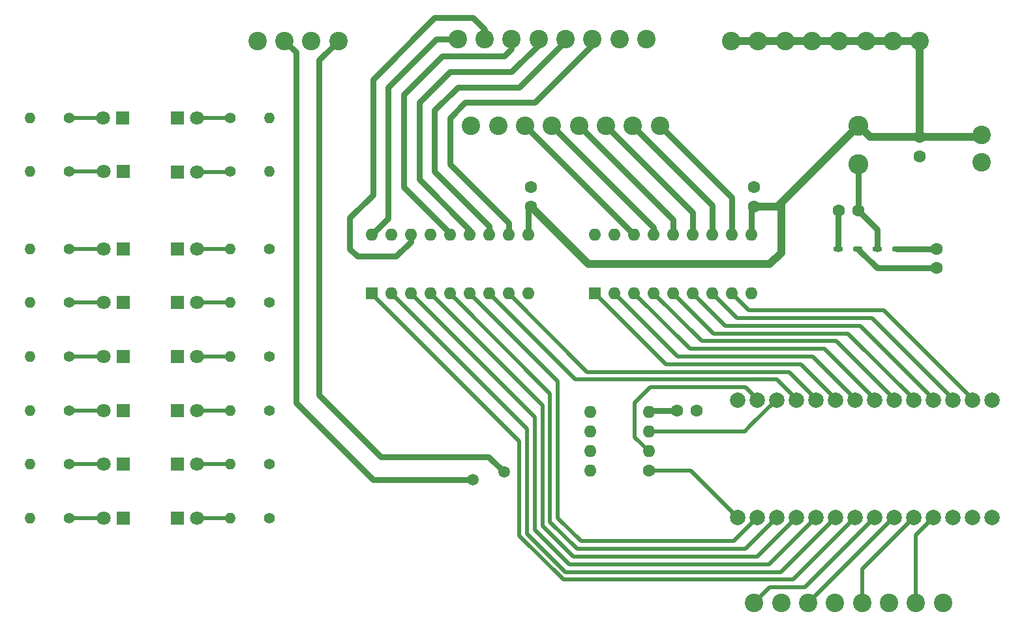
<source format=gbr>
%TF.GenerationSoftware,KiCad,Pcbnew,(6.0.10)*%
%TF.CreationDate,2023-04-11T10:45:40-04:00*%
%TF.ProjectId,SequenceOM,53657175-656e-4636-954f-4d2e6b696361,rev?*%
%TF.SameCoordinates,Original*%
%TF.FileFunction,Copper,L1,Top*%
%TF.FilePolarity,Positive*%
%FSLAX46Y46*%
G04 Gerber Fmt 4.6, Leading zero omitted, Abs format (unit mm)*
G04 Created by KiCad (PCBNEW (6.0.10)) date 2023-04-11 10:45:40*
%MOMM*%
%LPD*%
G01*
G04 APERTURE LIST*
%TA.AperFunction,ComponentPad*%
%ADD10C,1.400000*%
%TD*%
%TA.AperFunction,ComponentPad*%
%ADD11O,1.400000X1.400000*%
%TD*%
%TA.AperFunction,ComponentPad*%
%ADD12C,2.600000*%
%TD*%
%TA.AperFunction,ComponentPad*%
%ADD13R,1.800000X1.800000*%
%TD*%
%TA.AperFunction,ComponentPad*%
%ADD14C,1.800000*%
%TD*%
%TA.AperFunction,ComponentPad*%
%ADD15C,1.600000*%
%TD*%
%TA.AperFunction,ComponentPad*%
%ADD16C,2.400000*%
%TD*%
%TA.AperFunction,ComponentPad*%
%ADD17C,2.000000*%
%TD*%
%TA.AperFunction,ComponentPad*%
%ADD18O,1.300000X0.750000*%
%TD*%
%TA.AperFunction,ComponentPad*%
%ADD19R,1.600000X1.600000*%
%TD*%
%TA.AperFunction,ComponentPad*%
%ADD20O,1.600000X1.600000*%
%TD*%
%TA.AperFunction,ViaPad*%
%ADD21C,1.500000*%
%TD*%
%TA.AperFunction,Conductor*%
%ADD22C,0.750000*%
%TD*%
%TA.AperFunction,Conductor*%
%ADD23C,1.000000*%
%TD*%
%TA.AperFunction,Conductor*%
%ADD24C,0.500000*%
%TD*%
G04 APERTURE END LIST*
D10*
%TO.P,R3,1*%
%TO.N,Net-(D3-Pad2)*%
X94040000Y-75000000D03*
D11*
%TO.P,R3,2*%
%TO.N,Net-(MCU1-Pad17)*%
X88960000Y-75000000D03*
%TD*%
D12*
%TO.P,L1,1*%
%TO.N,+12V*%
X196500000Y-69000000D03*
%TO.P,L1,2*%
%TO.N,Net-(C3-Pad1)*%
X196500000Y-74000000D03*
%TD*%
D13*
%TO.P,D7,1,K*%
%TO.N,Earth*%
X108098484Y-99000000D03*
D14*
%TO.P,D7,2,A*%
%TO.N,Net-(D7-Pad2)*%
X110638484Y-99000000D03*
%TD*%
D10*
%TO.P,R15,1*%
%TO.N,Net-(D15-Pad2)*%
X94040000Y-113000000D03*
D11*
%TO.P,R15,2*%
%TO.N,Net-(MCU1-Pad7)*%
X88960000Y-113000000D03*
%TD*%
D13*
%TO.P,D12,1,K*%
%TO.N,Earth*%
X101098484Y-92000000D03*
D14*
%TO.P,D12,2,A*%
%TO.N,Net-(D12-Pad2)*%
X98558484Y-92000000D03*
%TD*%
D10*
%TO.P,R9,1*%
%TO.N,Net-(D11-Pad2)*%
X94040000Y-85000000D03*
D11*
%TO.P,R9,2*%
%TO.N,Net-(MCU1-Pad15)*%
X88960000Y-85000000D03*
%TD*%
D13*
%TO.P,D8,1,K*%
%TO.N,Earth*%
X108098484Y-106000000D03*
D14*
%TO.P,D8,2,A*%
%TO.N,Net-(D8-Pad2)*%
X110638484Y-106000000D03*
%TD*%
D13*
%TO.P,D10,1,K*%
%TO.N,Earth*%
X108098484Y-120000000D03*
D14*
%TO.P,D10,2,A*%
%TO.N,Net-(D10-Pad2)*%
X110638484Y-120000000D03*
%TD*%
D15*
%TO.P,C5,1*%
%TO.N,Earth*%
X154000000Y-77000000D03*
%TO.P,C5,2*%
%TO.N,+12V*%
X154000000Y-79500000D03*
%TD*%
%TO.P,C3,1*%
%TO.N,Net-(C3-Pad1)*%
X196500000Y-80000000D03*
%TO.P,C3,2*%
%TO.N,+5V*%
X194000000Y-80000000D03*
%TD*%
D13*
%TO.P,D13,1,K*%
%TO.N,Earth*%
X101098484Y-99000000D03*
D14*
%TO.P,D13,2,A*%
%TO.N,Net-(D13-Pad2)*%
X98558484Y-99000000D03*
%TD*%
D16*
%TO.P,J5,1,Pin_1*%
%TO.N,Net-(J5-Pad1)*%
X170750000Y-69000000D03*
%TO.P,J5,2,Pin_2*%
%TO.N,Net-(J5-Pad2)*%
X167250000Y-69000000D03*
%TO.P,J5,3,Pin_3*%
%TO.N,Net-(J5-Pad3)*%
X163750000Y-69000000D03*
%TO.P,J5,4,Pin_4*%
%TO.N,Net-(J5-Pad4)*%
X160250000Y-69000000D03*
%TO.P,J5,5,Pin_5*%
%TO.N,Net-(J5-Pad5)*%
X156750000Y-69000000D03*
%TO.P,J5,6,Pin_6*%
%TO.N,Net-(J5-Pad6)*%
X153250000Y-69000000D03*
%TO.P,J5,7,Pin_7*%
%TO.N,Net-(J5-Pad7)*%
X149750000Y-69000000D03*
%TO.P,J5,8,Pin_8*%
%TO.N,Net-(J5-Pad8)*%
X146250000Y-69000000D03*
%TO.P,J5,9,Pin_9*%
%TO.N,Net-(J5-Pad9)*%
X169000000Y-57800000D03*
%TO.P,J5,10,Pin_10*%
%TO.N,Net-(J5-Pad10)*%
X165500000Y-57800000D03*
%TO.P,J5,11,Pin_11*%
%TO.N,Net-(J5-Pad11)*%
X162000000Y-57800000D03*
%TO.P,J5,12,Pin_12*%
%TO.N,Net-(J5-Pad12)*%
X158500000Y-57800000D03*
%TO.P,J5,13,Pin_13*%
%TO.N,Net-(J5-Pad13)*%
X155000000Y-57800000D03*
%TO.P,J5,14,Pin_14*%
%TO.N,Net-(J5-Pad14)*%
X151500000Y-57800000D03*
%TO.P,J5,15,Pin_15*%
%TO.N,Net-(J5-Pad15)*%
X148000000Y-57800000D03*
%TO.P,J5,16,Pin_16*%
%TO.N,Net-(J5-Pad16)*%
X144500000Y-57800000D03*
%TD*%
D17*
%TO.P,MCU1,0,B1-O1*%
%TO.N,Net-(MCU1-Pad0)*%
X211340000Y-104680000D03*
%TO.P,MCU1,1,B1-O2*%
%TO.N,Net-(MCU1-Pad1)*%
X208800000Y-104680000D03*
%TO.P,MCU1,2,B1-O3*%
%TO.N,Net-(MCU1-Pad2)*%
X206260000Y-104680000D03*
%TO.P,MCU1,3,B1-O4*%
%TO.N,Net-(MCU1-Pad3)*%
X203720000Y-104680000D03*
%TO.P,MCU1,3.3V*%
%TO.N,unconnected-(MCU1-Pad3.3V)*%
X208800000Y-119920000D03*
%TO.P,MCU1,4,B1-O5*%
%TO.N,Net-(MCU1-Pad4)*%
X201180000Y-104680000D03*
%TO.P,MCU1,5,B1-O6*%
%TO.N,Net-(MCU1-Pad5)*%
X198640000Y-104680000D03*
%TO.P,MCU1,6,B2-O1*%
%TO.N,Net-(MCU1-Pad6)*%
X196100000Y-104680000D03*
%TO.P,MCU1,7,B2-O2*%
%TO.N,Net-(MCU1-Pad7)*%
X193560000Y-104680000D03*
%TO.P,MCU1,8,B2-O3*%
%TO.N,Net-(MCU1-Pad8)*%
X191020000Y-104680000D03*
%TO.P,MCU1,9,B2-O4*%
%TO.N,Net-(MCU1-Pad9)*%
X188480000Y-104680000D03*
%TO.P,MCU1,10,CS*%
%TO.N,Net-(MCU1-Pad10)*%
X185940000Y-104680000D03*
%TO.P,MCU1,11,MOSI*%
%TO.N,Net-(MCU1-Pad11)*%
X183400000Y-104680000D03*
%TO.P,MCU1,12,MISO*%
%TO.N,unconnected-(MCU1-Pad12)*%
X180860000Y-104680000D03*
%TO.P,MCU1,13,SCK*%
%TO.N,Net-(MCU1-Pad13)*%
X180860000Y-119920000D03*
%TO.P,MCU1,14,B2-O5*%
%TO.N,Net-(MCU1-Pad14)*%
X183400000Y-119920000D03*
%TO.P,MCU1,15,B2-O6*%
%TO.N,Net-(MCU1-Pad15)*%
X185940000Y-119920000D03*
%TO.P,MCU1,16,B1-SH*%
%TO.N,Net-(MCU1-Pad16)*%
X188480000Y-119920000D03*
%TO.P,MCU1,17,B2-SH*%
%TO.N,Net-(MCU1-Pad17)*%
X191020000Y-119920000D03*
%TO.P,MCU1,18,B1-CL*%
%TO.N,Net-(MCU1-Pad18)*%
X193560000Y-119920000D03*
%TO.P,MCU1,19,B2-CL*%
%TO.N,Net-(MCU1-Pad19)*%
X196100000Y-119920000D03*
%TO.P,MCU1,20,GPIO-A6*%
%TO.N,Net-(J3-Pad1)*%
X198640000Y-119920000D03*
%TO.P,MCU1,21,GPIO-A7*%
%TO.N,Net-(J3-Pad3)*%
X201180000Y-119920000D03*
%TO.P,MCU1,22,GPIO-A8*%
%TO.N,Net-(J3-Pad5)*%
X203720000Y-119920000D03*
%TO.P,MCU1,23,GPIO-A9*%
%TO.N,Net-(J3-Pad7)*%
X206260000Y-119920000D03*
%TO.P,MCU1,GND*%
%TO.N,Earth*%
X213880000Y-104680000D03*
X211340000Y-119920000D03*
%TO.P,MCU1,Vin*%
%TO.N,unconnected-(MCU1-PadVin)*%
X213880000Y-119920000D03*
%TD*%
D10*
%TO.P,R16,1*%
%TO.N,Net-(D16-Pad2)*%
X94040000Y-120000000D03*
D11*
%TO.P,R16,2*%
%TO.N,Net-(MCU1-Pad6)*%
X88960000Y-120000000D03*
%TD*%
D15*
%TO.P,C6,1*%
%TO.N,Earth*%
X183000000Y-77000000D03*
%TO.P,C6,2*%
%TO.N,+12V*%
X183000000Y-79500000D03*
%TD*%
D13*
%TO.P,D5,1,K*%
%TO.N,Earth*%
X108098484Y-85000000D03*
D14*
%TO.P,D5,2,A*%
%TO.N,Net-(D5-Pad2)*%
X110638484Y-85000000D03*
%TD*%
D13*
%TO.P,D9,1,K*%
%TO.N,Earth*%
X108098484Y-113000000D03*
D14*
%TO.P,D9,2,A*%
%TO.N,Net-(D9-Pad2)*%
X110638484Y-113000000D03*
%TD*%
D10*
%TO.P,R11,1*%
%TO.N,Net-(D12-Pad2)*%
X94040000Y-92000000D03*
D11*
%TO.P,R11,2*%
%TO.N,Net-(MCU1-Pad14)*%
X88960000Y-92000000D03*
%TD*%
D18*
%TO.P,U1,1,-Vin*%
%TO.N,Earth*%
X201500000Y-85000000D03*
%TO.P,U1,2,+Vin*%
%TO.N,Net-(C3-Pad1)*%
X198960000Y-85000000D03*
%TO.P,U1,3,-Vout*%
%TO.N,Earth*%
X196420000Y-85000000D03*
%TO.P,U1,4,+Vout*%
%TO.N,+5V*%
X193880000Y-85000000D03*
%TD*%
D10*
%TO.P,R12,1*%
%TO.N,Net-(MCU1-Pad5)*%
X120040000Y-85000000D03*
D11*
%TO.P,R12,2*%
%TO.N,Net-(D5-Pad2)*%
X114960000Y-85000000D03*
%TD*%
D16*
%TO.P,J3,1,Pin_1*%
%TO.N,Net-(J3-Pad1)*%
X183000000Y-131000000D03*
%TO.P,J3,2,Pin_2*%
%TO.N,Earth*%
X186500000Y-131000000D03*
%TO.P,J3,3,Pin_3*%
%TO.N,Net-(J3-Pad3)*%
X190000000Y-131000000D03*
%TO.P,J3,4,Pin_4*%
%TO.N,Earth*%
X193500000Y-131000000D03*
%TO.P,J3,5,Pin_5*%
%TO.N,Net-(J3-Pad5)*%
X197000000Y-131000000D03*
%TO.P,J3,6,Pin_6*%
%TO.N,Earth*%
X200500000Y-131000000D03*
%TO.P,J3,7,Pin_7*%
%TO.N,Net-(J3-Pad7)*%
X204000000Y-131000000D03*
%TO.P,J3,8,Pin_8*%
%TO.N,Earth*%
X207500000Y-131000000D03*
%TD*%
D13*
%TO.P,D15,1,K*%
%TO.N,Earth*%
X101098484Y-113000000D03*
D14*
%TO.P,D15,2,A*%
%TO.N,Net-(D15-Pad2)*%
X98558484Y-113000000D03*
%TD*%
D10*
%TO.P,R5,1*%
%TO.N,Net-(MCU1-Pad0)*%
X120040000Y-120000000D03*
D11*
%TO.P,R5,2*%
%TO.N,Net-(D10-Pad2)*%
X114960000Y-120000000D03*
%TD*%
D15*
%TO.P,C1,1*%
%TO.N,Earth*%
X204500000Y-73000000D03*
%TO.P,C1,2*%
%TO.N,+12V*%
X204500000Y-70500000D03*
%TD*%
%TO.P,C4,1*%
%TO.N,Earth*%
X175500000Y-106000000D03*
%TO.P,C4,2*%
%TO.N,+5V*%
X173000000Y-106000000D03*
%TD*%
D10*
%TO.P,R14,1*%
%TO.N,Net-(D14-Pad2)*%
X94040000Y-106000000D03*
D11*
%TO.P,R14,2*%
%TO.N,Net-(MCU1-Pad8)*%
X88960000Y-106000000D03*
%TD*%
D13*
%TO.P,D6,1,K*%
%TO.N,Earth*%
X108098484Y-92000000D03*
D14*
%TO.P,D6,2,A*%
%TO.N,Net-(D6-Pad2)*%
X110638484Y-92000000D03*
%TD*%
D19*
%TO.P,U4,1,I1*%
%TO.N,Net-(MCU1-Pad7)*%
X162350000Y-90800000D03*
D20*
%TO.P,U4,2,I2*%
%TO.N,Net-(MCU1-Pad6)*%
X164890000Y-90800000D03*
%TO.P,U4,3,I3*%
%TO.N,Net-(MCU1-Pad5)*%
X167430000Y-90800000D03*
%TO.P,U4,4,I4*%
%TO.N,Net-(MCU1-Pad4)*%
X169970000Y-90800000D03*
%TO.P,U4,5,I5*%
%TO.N,Net-(MCU1-Pad3)*%
X172510000Y-90800000D03*
%TO.P,U4,6,I6*%
%TO.N,Net-(MCU1-Pad2)*%
X175050000Y-90800000D03*
%TO.P,U4,7,I7*%
%TO.N,Net-(MCU1-Pad1)*%
X177590000Y-90800000D03*
%TO.P,U4,8,I8*%
%TO.N,Net-(MCU1-Pad0)*%
X180130000Y-90800000D03*
%TO.P,U4,9,GND*%
%TO.N,Earth*%
X182670000Y-90800000D03*
%TO.P,U4,10,COM*%
%TO.N,+12V*%
X182670000Y-83180000D03*
%TO.P,U4,11,O8*%
%TO.N,Net-(J5-Pad1)*%
X180130000Y-83180000D03*
%TO.P,U4,12,O7*%
%TO.N,Net-(J5-Pad2)*%
X177590000Y-83180000D03*
%TO.P,U4,13,O6*%
%TO.N,Net-(J5-Pad3)*%
X175050000Y-83180000D03*
%TO.P,U4,14,O5*%
%TO.N,Net-(J5-Pad4)*%
X172510000Y-83180000D03*
%TO.P,U4,15,O4*%
%TO.N,Net-(J5-Pad5)*%
X169970000Y-83180000D03*
%TO.P,U4,16,O3*%
%TO.N,Net-(J5-Pad6)*%
X167430000Y-83180000D03*
%TO.P,U4,17,O2*%
%TO.N,Net-(J5-Pad9)*%
X164890000Y-83180000D03*
%TO.P,U4,18,O1*%
%TO.N,Net-(J5-Pad10)*%
X162350000Y-83180000D03*
%TD*%
D15*
%TO.P,U2,1,SCK*%
%TO.N,Net-(MCU1-Pad13)*%
X169310000Y-113810000D03*
D20*
%TO.P,U2,2,SDI*%
%TO.N,Net-(MCU1-Pad11)*%
X169310000Y-111270000D03*
%TO.P,U2,3,CS/LD*%
%TO.N,Net-(MCU1-Pad10)*%
X169310000Y-108730000D03*
%TO.P,U2,4,REF*%
%TO.N,+5V*%
X169310000Y-106190000D03*
%TO.P,U2,5,VA*%
%TO.N,Net-(J2-Pad3)*%
X161690000Y-106190000D03*
%TO.P,U2,6,GND*%
%TO.N,Earth*%
X161690000Y-108730000D03*
%TO.P,U2,7,VCC*%
%TO.N,+5V*%
X161690000Y-111270000D03*
%TO.P,U2,8,VB*%
%TO.N,Net-(J2-Pad1)*%
X161690000Y-113810000D03*
%TD*%
D19*
%TO.P,U3,1,I1*%
%TO.N,Net-(MCU1-Pad19)*%
X133350000Y-90800000D03*
D20*
%TO.P,U3,2,I2*%
%TO.N,Net-(MCU1-Pad18)*%
X135890000Y-90800000D03*
%TO.P,U3,3,I3*%
%TO.N,Net-(MCU1-Pad17)*%
X138430000Y-90800000D03*
%TO.P,U3,4,I4*%
%TO.N,Net-(MCU1-Pad16)*%
X140970000Y-90800000D03*
%TO.P,U3,5,I5*%
%TO.N,Net-(MCU1-Pad15)*%
X143510000Y-90800000D03*
%TO.P,U3,6,I6*%
%TO.N,Net-(MCU1-Pad14)*%
X146050000Y-90800000D03*
%TO.P,U3,7,I7*%
%TO.N,Net-(MCU1-Pad9)*%
X148590000Y-90800000D03*
%TO.P,U3,8,I8*%
%TO.N,Net-(MCU1-Pad8)*%
X151130000Y-90800000D03*
%TO.P,U3,9,GND*%
%TO.N,Earth*%
X153670000Y-90800000D03*
%TO.P,U3,10,COM*%
%TO.N,+12V*%
X153670000Y-83180000D03*
%TO.P,U3,11,O8*%
%TO.N,Net-(J5-Pad11)*%
X151130000Y-83180000D03*
%TO.P,U3,12,O7*%
%TO.N,Net-(J5-Pad12)*%
X148590000Y-83180000D03*
%TO.P,U3,13,O6*%
%TO.N,Net-(J5-Pad13)*%
X146050000Y-83180000D03*
%TO.P,U3,14,O5*%
%TO.N,Net-(J5-Pad14)*%
X143510000Y-83180000D03*
%TO.P,U3,15,O4*%
%TO.N,Net-(J5-Pad7)*%
X140970000Y-83180000D03*
%TO.P,U3,16,O3*%
%TO.N,Net-(J5-Pad15)*%
X138430000Y-83180000D03*
%TO.P,U3,17,O2*%
%TO.N,Net-(J5-Pad8)*%
X135890000Y-83180000D03*
%TO.P,U3,18,O1*%
%TO.N,Net-(J5-Pad16)*%
X133350000Y-83180000D03*
%TD*%
D13*
%TO.P,D2,1,K*%
%TO.N,Earth*%
X108110000Y-68000000D03*
D14*
%TO.P,D2,2,A*%
%TO.N,Net-(D2-Pad2)*%
X110650000Y-68000000D03*
%TD*%
D10*
%TO.P,R4,1*%
%TO.N,Net-(D4-Pad2)*%
X115018484Y-75000000D03*
D11*
%TO.P,R4,2*%
%TO.N,Net-(MCU1-Pad16)*%
X120098484Y-75000000D03*
%TD*%
D13*
%TO.P,D11,1,K*%
%TO.N,Earth*%
X101098484Y-85000000D03*
D14*
%TO.P,D11,2,A*%
%TO.N,Net-(D11-Pad2)*%
X98558484Y-85000000D03*
%TD*%
D13*
%TO.P,D16,1,K*%
%TO.N,Earth*%
X101098484Y-120000000D03*
D14*
%TO.P,D16,2,A*%
%TO.N,Net-(D16-Pad2)*%
X98558484Y-120000000D03*
%TD*%
D16*
%TO.P,J4,1,Pin_1*%
%TO.N,+12V*%
X204500000Y-58000000D03*
%TO.P,J4,2,Pin_2*%
X201000000Y-58000000D03*
%TO.P,J4,3,Pin_3*%
X197500000Y-58000000D03*
%TO.P,J4,4,Pin_4*%
X194000000Y-58000000D03*
%TO.P,J4,5,Pin_5*%
X190500000Y-58000000D03*
%TO.P,J4,6,Pin_6*%
X187000000Y-58000000D03*
%TO.P,J4,7,Pin_7*%
X183500000Y-58000000D03*
%TO.P,J4,8,Pin_8*%
X180000000Y-58000000D03*
%TD*%
D15*
%TO.P,C2,1*%
%TO.N,Earth*%
X206690000Y-87520000D03*
%TO.P,C2,2*%
X206690000Y-85020000D03*
%TD*%
D10*
%TO.P,R1,1*%
%TO.N,Net-(D1-Pad2)*%
X94040000Y-68000000D03*
D11*
%TO.P,R1,2*%
%TO.N,Net-(MCU1-Pad19)*%
X88960000Y-68000000D03*
%TD*%
D10*
%TO.P,R10,1*%
%TO.N,Net-(MCU1-Pad4)*%
X120040000Y-92000000D03*
D11*
%TO.P,R10,2*%
%TO.N,Net-(D6-Pad2)*%
X114960000Y-92000000D03*
%TD*%
D13*
%TO.P,D1,1,K*%
%TO.N,Earth*%
X101020000Y-68000000D03*
D14*
%TO.P,D1,2,A*%
%TO.N,Net-(D1-Pad2)*%
X98480000Y-68000000D03*
%TD*%
D10*
%TO.P,R7,1*%
%TO.N,Net-(MCU1-Pad2)*%
X120040000Y-106000000D03*
D11*
%TO.P,R7,2*%
%TO.N,Net-(D8-Pad2)*%
X114960000Y-106000000D03*
%TD*%
D10*
%TO.P,R2,1*%
%TO.N,Net-(D2-Pad2)*%
X114960000Y-68000000D03*
D11*
%TO.P,R2,2*%
%TO.N,Net-(MCU1-Pad18)*%
X120040000Y-68000000D03*
%TD*%
D16*
%TO.P,J2,1,Pin_1*%
%TO.N,Net-(J2-Pad1)*%
X129000000Y-58000000D03*
%TO.P,J2,2,Pin_2*%
%TO.N,Earth*%
X125500000Y-58000000D03*
%TO.P,J2,3,Pin_3*%
%TO.N,Net-(J2-Pad3)*%
X122000000Y-58000000D03*
%TO.P,J2,4,Pin_4*%
%TO.N,Earth*%
X118500000Y-58000000D03*
%TD*%
D13*
%TO.P,D4,1,K*%
%TO.N,Earth*%
X108106007Y-75005476D03*
D14*
%TO.P,D4,2,A*%
%TO.N,Net-(D4-Pad2)*%
X110646007Y-75005476D03*
%TD*%
D13*
%TO.P,D14,1,K*%
%TO.N,Earth*%
X101098484Y-106000000D03*
D14*
%TO.P,D14,2,A*%
%TO.N,Net-(D14-Pad2)*%
X98558484Y-106000000D03*
%TD*%
D10*
%TO.P,R13,1*%
%TO.N,Net-(D13-Pad2)*%
X94040000Y-99000000D03*
D11*
%TO.P,R13,2*%
%TO.N,Net-(MCU1-Pad9)*%
X88960000Y-99000000D03*
%TD*%
D10*
%TO.P,R6,1*%
%TO.N,Net-(MCU1-Pad1)*%
X120040000Y-113000000D03*
D11*
%TO.P,R6,2*%
%TO.N,Net-(D9-Pad2)*%
X114960000Y-113000000D03*
%TD*%
D16*
%TO.P,J1,1,Pin_1*%
%TO.N,Earth*%
X212500000Y-73750000D03*
%TO.P,J1,2,Pin_2*%
%TO.N,+12V*%
X212500000Y-70250000D03*
%TD*%
D10*
%TO.P,R8,1*%
%TO.N,Net-(MCU1-Pad3)*%
X120040000Y-99000000D03*
D11*
%TO.P,R8,2*%
%TO.N,Net-(D7-Pad2)*%
X114960000Y-99000000D03*
%TD*%
D13*
%TO.P,D3,1,K*%
%TO.N,Earth*%
X101078484Y-75000000D03*
D14*
%TO.P,D3,2,A*%
%TO.N,Net-(D3-Pad2)*%
X98538484Y-75000000D03*
%TD*%
D21*
%TO.N,Net-(J2-Pad1)*%
X150500000Y-114000000D03*
%TO.N,Net-(J2-Pad3)*%
X146500000Y-115000000D03*
%TD*%
D22*
%TO.N,Earth*%
X198940000Y-87520000D02*
X206690000Y-87520000D01*
X206690000Y-85020000D02*
X201520000Y-85020000D01*
X196420000Y-85000000D02*
X198940000Y-87520000D01*
X201520000Y-85020000D02*
X201500000Y-85000000D01*
D23*
%TO.N,+12V*%
X196500000Y-69000000D02*
X186500000Y-79000000D01*
X212250000Y-70500000D02*
X212500000Y-70250000D01*
X183500000Y-58000000D02*
X187000000Y-58000000D01*
X204500000Y-58000000D02*
X204500000Y-70500000D01*
X186500000Y-79000000D02*
X186000000Y-79500000D01*
X185000000Y-87000000D02*
X161500000Y-87000000D01*
X190500000Y-58000000D02*
X194000000Y-58000000D01*
X187000000Y-58000000D02*
X190500000Y-58000000D01*
X186500000Y-79000000D02*
X186500000Y-85500000D01*
X204500000Y-70500000D02*
X212250000Y-70500000D01*
D22*
X153670000Y-79830000D02*
X154000000Y-79500000D01*
D23*
X204500000Y-70500000D02*
X198000000Y-70500000D01*
D22*
X153750000Y-83100000D02*
X153670000Y-83180000D01*
D23*
X201000000Y-58000000D02*
X204500000Y-58000000D01*
X198000000Y-70500000D02*
X196500000Y-69000000D01*
D22*
X182750000Y-83100000D02*
X182670000Y-83180000D01*
D23*
X186000000Y-79500000D02*
X183000000Y-79500000D01*
X194000000Y-58000000D02*
X197500000Y-58000000D01*
X161500000Y-87000000D02*
X154000000Y-79500000D01*
X186500000Y-85500000D02*
X185000000Y-87000000D01*
D22*
X153670000Y-83180000D02*
X153670000Y-79830000D01*
D23*
X197500000Y-58000000D02*
X201000000Y-58000000D01*
X180000000Y-58000000D02*
X183500000Y-58000000D01*
D22*
X182670000Y-79830000D02*
X183000000Y-79500000D01*
X182670000Y-83180000D02*
X182670000Y-79830000D01*
%TO.N,Net-(C3-Pad1)*%
X196500000Y-74000000D02*
X196500000Y-80000000D01*
X198960000Y-85000000D02*
X198960000Y-82460000D01*
X198960000Y-82460000D02*
X196500000Y-80000000D01*
%TO.N,+5V*%
X193880000Y-80120000D02*
X194000000Y-80000000D01*
X193880000Y-85000000D02*
X193880000Y-80120000D01*
X173000000Y-106000000D02*
X169500000Y-106000000D01*
X169500000Y-106000000D02*
X169310000Y-106190000D01*
D24*
%TO.N,Net-(D1-Pad2)*%
X94040000Y-68000000D02*
X98480000Y-68000000D01*
%TO.N,Net-(D2-Pad2)*%
X110650000Y-68000000D02*
X114960000Y-68000000D01*
%TO.N,Net-(D3-Pad2)*%
X94040000Y-75000000D02*
X98538484Y-75000000D01*
%TO.N,Net-(D4-Pad2)*%
X115013008Y-75005476D02*
X115018484Y-75000000D01*
X110646007Y-75005476D02*
X115013008Y-75005476D01*
%TO.N,Net-(D5-Pad2)*%
X110638484Y-85000000D02*
X114960000Y-85000000D01*
%TO.N,Net-(D6-Pad2)*%
X110638484Y-92000000D02*
X114960000Y-92000000D01*
%TO.N,Net-(D7-Pad2)*%
X110638484Y-99000000D02*
X114960000Y-99000000D01*
%TO.N,Net-(D8-Pad2)*%
X110638484Y-106000000D02*
X114960000Y-106000000D01*
%TO.N,Net-(D9-Pad2)*%
X110638484Y-113000000D02*
X114960000Y-113000000D01*
%TO.N,Net-(D10-Pad2)*%
X110638484Y-120000000D02*
X114960000Y-120000000D01*
%TO.N,Net-(D11-Pad2)*%
X94040000Y-85000000D02*
X98558484Y-85000000D01*
%TO.N,Net-(D12-Pad2)*%
X94040000Y-92000000D02*
X98558484Y-92000000D01*
%TO.N,Net-(D13-Pad2)*%
X94040000Y-99000000D02*
X98558484Y-99000000D01*
%TO.N,Net-(D14-Pad2)*%
X94040000Y-106000000D02*
X98558484Y-106000000D01*
%TO.N,Net-(D15-Pad2)*%
X94040000Y-113000000D02*
X98558484Y-113000000D01*
%TO.N,Net-(D16-Pad2)*%
X94040000Y-120000000D02*
X98558484Y-120000000D01*
D22*
%TO.N,Net-(J2-Pad1)*%
X126500000Y-60500000D02*
X129000000Y-58000000D01*
X150500000Y-114000000D02*
X148500000Y-112000000D01*
X126500000Y-104000000D02*
X126500000Y-60500000D01*
X148500000Y-112000000D02*
X134500000Y-112000000D01*
X134500000Y-112000000D02*
X126500000Y-104000000D01*
%TO.N,Net-(J2-Pad3)*%
X146500000Y-115000000D02*
X133500000Y-115000000D01*
X133500000Y-115000000D02*
X123500000Y-105000000D01*
X123500000Y-105000000D02*
X123500000Y-59500000D01*
X123500000Y-59500000D02*
X122000000Y-58000000D01*
D24*
%TO.N,Net-(J3-Pad1)*%
X183000000Y-131000000D02*
X185000000Y-129000000D01*
X189560000Y-129000000D02*
X198640000Y-119920000D01*
X185000000Y-129000000D02*
X189560000Y-129000000D01*
%TO.N,Net-(J3-Pad3)*%
X201080000Y-119920000D02*
X201180000Y-119920000D01*
X190000000Y-131000000D02*
X201080000Y-119920000D01*
%TO.N,Net-(J3-Pad5)*%
X197000000Y-126640000D02*
X203720000Y-119920000D01*
X197000000Y-131000000D02*
X197000000Y-126640000D01*
%TO.N,Net-(J3-Pad7)*%
X204000000Y-131000000D02*
X204000000Y-122180000D01*
X204000000Y-122180000D02*
X206260000Y-119920000D01*
D22*
%TO.N,Net-(J5-Pad1)*%
X180130000Y-83180000D02*
X180130000Y-78380000D01*
X180130000Y-78380000D02*
X170750000Y-69000000D01*
%TO.N,Net-(J5-Pad2)*%
X177590000Y-79340000D02*
X167250000Y-69000000D01*
X177590000Y-83180000D02*
X177590000Y-79340000D01*
%TO.N,Net-(J5-Pad3)*%
X175050000Y-83180000D02*
X175050000Y-80300000D01*
X175050000Y-80300000D02*
X163750000Y-69000000D01*
%TO.N,Net-(J5-Pad4)*%
X172510000Y-81260000D02*
X160250000Y-69000000D01*
X172510000Y-83180000D02*
X172510000Y-81260000D01*
%TO.N,Net-(J5-Pad5)*%
X169970000Y-82220000D02*
X169970000Y-83180000D01*
X156750000Y-69000000D02*
X169970000Y-82220000D01*
%TO.N,Net-(J5-Pad6)*%
X153250000Y-69000000D02*
X167430000Y-83180000D01*
%TO.N,Net-(J5-Pad11)*%
X151130000Y-81630000D02*
X151130000Y-83180000D01*
X145500000Y-66000000D02*
X143500000Y-68000000D01*
X162000000Y-57800000D02*
X162000000Y-58500000D01*
X143500000Y-68000000D02*
X143500000Y-74000000D01*
X154500000Y-66000000D02*
X145500000Y-66000000D01*
X143500000Y-74000000D02*
X151130000Y-81630000D01*
X162000000Y-58500000D02*
X154500000Y-66000000D01*
%TO.N,Net-(J5-Pad12)*%
X144500000Y-64000000D02*
X152500000Y-64000000D01*
X148590000Y-83180000D02*
X148590000Y-82090000D01*
X152500000Y-64000000D02*
X158500000Y-58000000D01*
X141500000Y-67000000D02*
X144500000Y-64000000D01*
X158500000Y-58000000D02*
X158500000Y-57800000D01*
X148590000Y-82090000D02*
X141500000Y-75000000D01*
X141500000Y-75000000D02*
X141500000Y-67000000D01*
%TO.N,Net-(J5-Pad13)*%
X151500000Y-62000000D02*
X143500000Y-62000000D01*
X146050000Y-82550000D02*
X146050000Y-83180000D01*
X143500000Y-62000000D02*
X139500000Y-66000000D01*
X155000000Y-57800000D02*
X155000000Y-58500000D01*
X155000000Y-58500000D02*
X151500000Y-62000000D01*
X139500000Y-66000000D02*
X139500000Y-76000000D01*
X139500000Y-76000000D02*
X146050000Y-82550000D01*
%TO.N,Net-(J5-Pad14)*%
X137500000Y-77000000D02*
X143510000Y-83010000D01*
X151500000Y-57800000D02*
X151500000Y-59000000D01*
X151500000Y-59000000D02*
X150500000Y-60000000D01*
X142500000Y-60000000D02*
X137500000Y-65000000D01*
X150500000Y-60000000D02*
X142500000Y-60000000D01*
X137500000Y-65000000D02*
X137500000Y-77000000D01*
X143510000Y-83010000D02*
X143510000Y-83180000D01*
%TO.N,Net-(J5-Pad15)*%
X131500000Y-86000000D02*
X130500000Y-85000000D01*
X148000000Y-56500000D02*
X148000000Y-57800000D01*
X136500000Y-86000000D02*
X131500000Y-86000000D01*
X133500000Y-63000000D02*
X141500000Y-55000000D01*
X138430000Y-83180000D02*
X138430000Y-84070000D01*
X146500000Y-55000000D02*
X148000000Y-56500000D01*
X138430000Y-84070000D02*
X136500000Y-86000000D01*
X141500000Y-55000000D02*
X146500000Y-55000000D01*
X130500000Y-81000000D02*
X133500000Y-78000000D01*
X133500000Y-78000000D02*
X133500000Y-63000000D01*
X130500000Y-85000000D02*
X130500000Y-81000000D01*
%TO.N,Net-(J5-Pad16)*%
X135500000Y-64000000D02*
X141700000Y-57800000D01*
X133350000Y-83180000D02*
X135500000Y-81030000D01*
X135500000Y-81030000D02*
X135500000Y-64000000D01*
X141700000Y-57800000D02*
X144500000Y-57800000D01*
D24*
%TO.N,Net-(MCU1-Pad0)*%
X182330000Y-93000000D02*
X199820000Y-93000000D01*
X199820000Y-93000000D02*
X211470000Y-104650000D01*
X180130000Y-90800000D02*
X182330000Y-93000000D01*
%TO.N,Net-(MCU1-Pad1)*%
X180790000Y-94000000D02*
X198280000Y-94000000D01*
X198280000Y-94000000D02*
X208930000Y-104650000D01*
X177590000Y-90800000D02*
X180790000Y-94000000D01*
%TO.N,Net-(MCU1-Pad2)*%
X175050000Y-90800000D02*
X179250000Y-95000000D01*
X179250000Y-95000000D02*
X196740000Y-95000000D01*
X196740000Y-95000000D02*
X206390000Y-104650000D01*
%TO.N,Net-(MCU1-Pad3)*%
X195200000Y-96000000D02*
X203850000Y-104650000D01*
X172510000Y-90800000D02*
X177710000Y-96000000D01*
X177710000Y-96000000D02*
X195200000Y-96000000D01*
%TO.N,Net-(MCU1-Pad4)*%
X176170000Y-97000000D02*
X193660000Y-97000000D01*
X169970000Y-90800000D02*
X176170000Y-97000000D01*
X193660000Y-97000000D02*
X201310000Y-104650000D01*
%TO.N,Net-(MCU1-Pad5)*%
X192120000Y-98000000D02*
X198770000Y-104650000D01*
X174630000Y-98000000D02*
X192120000Y-98000000D01*
X167430000Y-90800000D02*
X174630000Y-98000000D01*
%TO.N,Net-(MCU1-Pad8)*%
X161330000Y-101000000D02*
X187500000Y-101000000D01*
X151130000Y-90800000D02*
X161330000Y-101000000D01*
X187500000Y-101000000D02*
X191150000Y-104650000D01*
%TO.N,Net-(MCU1-Pad10)*%
X185850000Y-104650000D02*
X182500000Y-108000000D01*
X169310000Y-108730000D02*
X181770000Y-108730000D01*
X181770000Y-108730000D02*
X182500000Y-108000000D01*
X186070000Y-104650000D02*
X185850000Y-104650000D01*
%TO.N,Net-(MCU1-Pad11)*%
X167500000Y-109460000D02*
X169310000Y-111270000D01*
X167500000Y-105000000D02*
X167500000Y-109460000D01*
X181880000Y-103000000D02*
X169500000Y-103000000D01*
X183530000Y-104650000D02*
X181880000Y-103000000D01*
X169500000Y-103000000D02*
X167500000Y-105000000D01*
%TO.N,Net-(MCU1-Pad13)*%
X174750000Y-113810000D02*
X169310000Y-113810000D01*
X180860000Y-119920000D02*
X174750000Y-113810000D01*
%TO.N,Net-(MCU1-Pad9)*%
X185960000Y-102000000D02*
X159790000Y-102000000D01*
X159790000Y-102000000D02*
X148590000Y-90800000D01*
X188610000Y-104650000D02*
X185960000Y-102000000D01*
%TO.N,Net-(MCU1-Pad6)*%
X164890000Y-90800000D02*
X173090000Y-99000000D01*
X190580000Y-99000000D02*
X196230000Y-104650000D01*
X173090000Y-99000000D02*
X190580000Y-99000000D01*
%TO.N,Net-(MCU1-Pad7)*%
X162350000Y-90800000D02*
X171550000Y-100000000D01*
X171550000Y-100000000D02*
X189040000Y-100000000D01*
X189040000Y-100000000D02*
X193690000Y-104650000D01*
%TO.N,Net-(MCU1-Pad14)*%
X146050000Y-90800000D02*
X157500000Y-102250000D01*
X160500000Y-123000000D02*
X180320000Y-123000000D01*
X157500000Y-120000000D02*
X160500000Y-123000000D01*
X157500000Y-102250000D02*
X157500000Y-120000000D01*
X180320000Y-123000000D02*
X183400000Y-119920000D01*
%TO.N,Net-(MCU1-Pad15)*%
X156500000Y-120500000D02*
X160000000Y-124000000D01*
X143510000Y-90800000D02*
X156500000Y-103790000D01*
X181860000Y-124000000D02*
X185940000Y-119920000D01*
X160000000Y-124000000D02*
X181860000Y-124000000D01*
X156500000Y-103790000D02*
X156500000Y-120500000D01*
%TO.N,Net-(MCU1-Pad16)*%
X159500000Y-125000000D02*
X183400000Y-125000000D01*
X155500000Y-105330000D02*
X155500000Y-121000000D01*
X140970000Y-90800000D02*
X155500000Y-105330000D01*
X155500000Y-121000000D02*
X159500000Y-125000000D01*
X183400000Y-125000000D02*
X188480000Y-119920000D01*
%TO.N,Net-(MCU1-Pad17)*%
X154500000Y-121500000D02*
X159000000Y-126000000D01*
X184940000Y-126000000D02*
X191020000Y-119920000D01*
X138430000Y-90800000D02*
X154500000Y-106870000D01*
X159000000Y-126000000D02*
X184940000Y-126000000D01*
X154500000Y-106870000D02*
X154500000Y-121500000D01*
%TO.N,Net-(MCU1-Pad18)*%
X186480000Y-127000000D02*
X193560000Y-119920000D01*
X135890000Y-90800000D02*
X153500000Y-108410000D01*
X153500000Y-122000000D02*
X158500000Y-127000000D01*
X158500000Y-127000000D02*
X186480000Y-127000000D01*
X153500000Y-108410000D02*
X153500000Y-122000000D01*
%TO.N,Net-(MCU1-Pad19)*%
X133350000Y-90800000D02*
X133350000Y-90850000D01*
X188020000Y-128000000D02*
X196100000Y-119920000D01*
X133350000Y-90850000D02*
X152500000Y-110000000D01*
X152500000Y-110000000D02*
X152500000Y-122250000D01*
X158250000Y-128000000D02*
X188020000Y-128000000D01*
X152500000Y-122250000D02*
X158250000Y-128000000D01*
%TD*%
M02*

</source>
